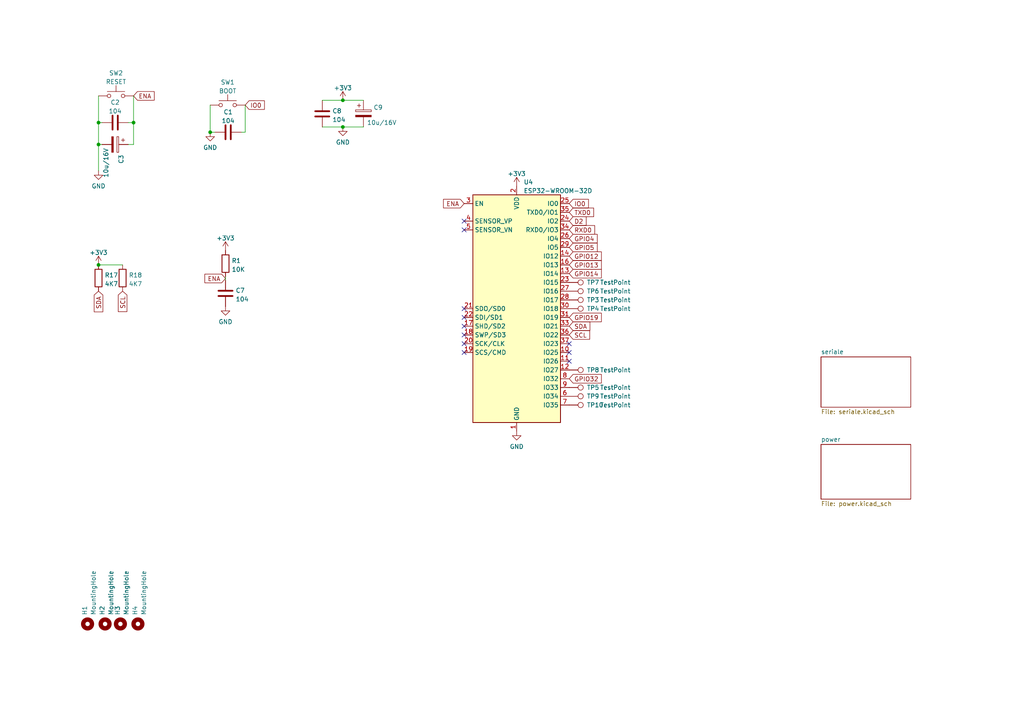
<source format=kicad_sch>
(kicad_sch (version 20231120) (generator "eeschema") (generator_version "8.0")
  (paper "A4")
  (title_block (title "Alimentazione e ricrica Batteria") (date "2024-05-27") (rev "1.0") (company "Paolo Aliverti"))
  (lib_symbols
    (symbol "Connector:TestPoint" (pin_numbers hide) (pin_names (offset 0.762) hide)
      (property "Reference" "TP" (at 0 6.858 0))
      (property "Value" "TestPoint" (at 0 5.08 0))
      (symbol "TestPoint_0_1"
        (circle (center 0 3.302) (radius 0.762))
      )
      (symbol "TestPoint_1_1"
        (pin passive line (at 0 0 90) (length 2.54) (name "1") (number "1"))
      )
    )
    (symbol "Device:C" (pin_numbers hide) (pin_names (offset 0.254))
      (property "Reference" "C" (at 0.635 2.54 0))
      (property "Value" "C" (at 0.635 -2.54 0))
      (symbol "C_0_1"
        (polyline (pts (xy -2.032 -0.762) (xy 2.032 -0.762)) (stroke (width 0.508)))
        (polyline (pts (xy -2.032 0.762) (xy 2.032 0.762)) (stroke (width 0.508)))
      )
      (symbol "C_1_1"
        (pin passive line (at 0 3.81 270) (length 2.794) (name "~") (number "1"))
        (pin passive line (at 0 -3.81 90) (length 2.794) (name "~") (number "2"))
      )
    )
    (symbol "Device:C_Polarized" (pin_numbers hide) (pin_names (offset 0.254))
      (property "Reference" "C" (at 0.635 2.54 0))
      (property "Value" "C_Polarized" (at 0.635 -2.54 0))
      (symbol "C_Polarized_0_1"
        (rectangle (start -2.286 0.508) (end 2.286 1.016))
        (polyline (pts (xy -1.778 2.286) (xy -0.762 2.286)))
        (polyline (pts (xy -1.27 2.794) (xy -1.27 1.778)))
        (rectangle (start 2.286 -0.508) (end -2.286 -1.016) (fill (type outline)))
      )
      (symbol "C_Polarized_1_1"
        (pin passive line (at 0 3.81 270) (length 2.794) (name "~") (number "1"))
        (pin passive line (at 0 -3.81 90) (length 2.794) (name "~") (number "2"))
      )
    )
    (symbol "Device:R" (pin_numbers hide) (pin_names (offset 0))
      (property "Reference" "R" (at 2.032 0 90))
      (property "Value" "R" (at 0 0 90))
      (symbol "R_0_1"
        (rectangle (start -1.016 -2.54) (end 1.016 2.54) (stroke (width 0.254)))
      )
      (symbol "R_1_1"
        (pin passive line (at 0 3.81 270) (length 1.27) (name "~") (number "1"))
        (pin passive line (at 0 -3.81 90) (length 1.27) (name "~") (number "2"))
      )
    )
    (symbol "Mechanical:MountingHole" (pin_names (offset 1.016))
      (property "Reference" "H" (at 0 5.08 0))
      (property "Value" "MountingHole" (at 0 3.175 0))
      (symbol "MountingHole_0_1"
        (circle (center 0 0) (radius 1.27) (stroke (width 1.27)))
      )
    )
    (symbol "RF_Module:ESP32-WROOM-32D"
      (property "Reference" "U" (at -12.7 34.29 0))
      (property "Value" "ESP32-WROOM-32D" (at 1.27 34.29 0))
      (symbol "ESP32-WROOM-32D_0_1"
        (rectangle (start -12.7 33.02) (end 12.7 -33.02) (stroke (width 0.254)) (fill (type background)))
      )
      (symbol "ESP32-WROOM-32D_1_1"
        (pin power_in line (at 0 -35.56 90) (length 2.54) (name "GND") (number "1"))
        (pin bidirectional line (at 15.24 -12.7 180) (length 2.54) (name "IO25") (number "10"))
        (pin bidirectional line (at 15.24 -15.24 180) (length 2.54) (name "IO26") (number "11"))
        (pin bidirectional line (at 15.24 -17.78 180) (length 2.54) (name "IO27") (number "12"))
        (pin bidirectional line (at 15.24 10.16 180) (length 2.54) (name "IO14") (number "13"))
        (pin bidirectional line (at 15.24 15.24 180) (length 2.54) (name "IO12") (number "14"))
        (pin passive line (at 0 -35.56 90) (length 2.54) hide (name "GND") (number "15"))
        (pin bidirectional line (at 15.24 12.7 180) (length 2.54) (name "IO13") (number "16"))
        (pin bidirectional line (at -15.24 -5.08 0) (length 2.54) (name "SHD/SD2") (number "17"))
        (pin bidirectional line (at -15.24 -7.62 0) (length 2.54) (name "SWP/SD3") (number "18"))
        (pin bidirectional line (at -15.24 -12.7 0) (length 2.54) (name "SCS/CMD") (number "19"))
        (pin power_in line (at 0 35.56 270) (length 2.54) (name "VDD") (number "2"))
        (pin bidirectional line (at -15.24 -10.16 0) (length 2.54) (name "SCK/CLK") (number "20"))
        (pin bidirectional line (at -15.24 0 0) (length 2.54) (name "SDO/SD0") (number "21"))
        (pin bidirectional line (at -15.24 -2.54 0) (length 2.54) (name "SDI/SD1") (number "22"))
        (pin bidirectional line (at 15.24 7.62 180) (length 2.54) (name "IO15") (number "23"))
        (pin bidirectional line (at 15.24 25.4 180) (length 2.54) (name "IO2") (number "24"))
        (pin bidirectional line (at 15.24 30.48 180) (length 2.54) (name "IO0") (number "25"))
        (pin bidirectional line (at 15.24 20.32 180) (length 2.54) (name "IO4") (number "26"))
        (pin bidirectional line (at 15.24 5.08 180) (length 2.54) (name "IO16") (number "27"))
        (pin bidirectional line (at 15.24 2.54 180) (length 2.54) (name "IO17") (number "28"))
        (pin bidirectional line (at 15.24 17.78 180) (length 2.54) (name "IO5") (number "29"))
        (pin input line (at -15.24 30.48 0) (length 2.54) (name "EN") (number "3"))
        (pin bidirectional line (at 15.24 0 180) (length 2.54) (name "IO18") (number "30"))
        (pin bidirectional line (at 15.24 -2.54 180) (length 2.54) (name "IO19") (number "31"))
        (pin no_connect line (at -12.7 -27.94 0) (length 2.54) hide (name "NC") (number "32"))
        (pin bidirectional line (at 15.24 -5.08 180) (length 2.54) (name "IO21") (number "33"))
        (pin bidirectional line (at 15.24 22.86 180) (length 2.54) (name "RXD0/IO3") (number "34"))
        (pin bidirectional line (at 15.24 27.94 180) (length 2.54) (name "TXD0/IO1") (number "35"))
        (pin bidirectional line (at 15.24 -7.62 180) (length 2.54) (name "IO22") (number "36"))
        (pin bidirectional line (at 15.24 -10.16 180) (length 2.54) (name "IO23") (number "37"))
        (pin passive line (at 0 -35.56 90) (length 2.54) hide (name "GND") (number "38"))
        (pin passive line (at 0 -35.56 90) (length 2.54) hide (name "GND") (number "39"))
        (pin input line (at -15.24 25.4 0) (length 2.54) (name "SENSOR_VP") (number "4"))
        (pin input line (at -15.24 22.86 0) (length 2.54) (name "SENSOR_VN") (number "5"))
        (pin input line (at 15.24 -25.4 180) (length 2.54) (name "IO34") (number "6"))
        (pin input line (at 15.24 -27.94 180) (length 2.54) (name "IO35") (number "7"))
        (pin bidirectional line (at 15.24 -20.32 180) (length 2.54) (name "IO32") (number "8"))
        (pin bidirectional line (at 15.24 -22.86 180) (length 2.54) (name "IO33") (number "9"))
      )
    )
    (symbol "Switch:SW_Push" (pin_numbers hide) (pin_names (offset 1.016) hide)
      (property "Reference" "SW" (at 1.27 2.54 0))
      (property "Value" "SW_Push" (at 0 -1.524 0))
      (symbol "SW_Push_0_1"
        (circle (center -2.032 0) (radius 0.508))
        (polyline (pts (xy 0 1.27) (xy 0 3.048)))
        (polyline (pts (xy 2.54 1.27) (xy -2.54 1.27)))
        (circle (center 2.032 0) (radius 0.508))
        (pin passive line (at -5.08 0 0) (length 2.54) (name "1") (number "1"))
        (pin passive line (at 5.08 0 180) (length 2.54) (name "2") (number "2"))
      )
    )
    (symbol "power:+3V3" (power) (pin_names (offset 0))
      (property "Value" "+3V3" (at 0 3.556 0))
      (symbol "+3V3_0_1"
        (polyline (pts (xy -0.762 1.27) (xy 0 2.54)))
        (polyline (pts (xy 0 0) (xy 0 2.54)))
        (polyline (pts (xy 0 2.54) (xy 0.762 1.27)))
      )
      (symbol "+3V3_1_1"
        (pin power_in line (at 0 0 90) (length 0) hide (name "+3V3") (number "1"))
      )
    )
    (symbol "power:GND" (power) (pin_names (offset 0))
      (property "Value" "GND" (at 0 -3.81 0))
      (symbol "GND_0_1"
        (polyline (pts (xy 0 0) (xy 0 -1.27) (xy 1.27 -1.27) (xy 0 -2.54) (xy -1.27 -1.27) (xy 0 -1.27)))
      )
      (symbol "GND_1_1"
        (pin power_in line (at 0 0 270) (length 0) hide (name "GND") (number "1"))
      )
    )
  )
  (junction (at 38.735 35.56))
  (junction (at 28.575 76.835))
  (junction (at 28.575 41.91))
  (junction (at 60.96 38.354))
  (junction (at 28.575 35.56))
  (junction (at 99.441 29.083))
  (junction (at 99.441 36.83))
  (no_connect (at 165.1 102.235))
  (no_connect (at 165.1 99.695))
  (no_connect (at 134.62 89.535))
  (no_connect (at 134.62 97.155))
  (no_connect (at 134.62 92.075))
  (no_connect (at 134.62 102.235))
  (no_connect (at 165.1 104.775))
  (no_connect (at 134.62 99.695))
  (no_connect (at 134.62 66.675))
  (no_connect (at 134.62 94.615))
  (no_connect (at 134.62 64.135))
  (wire (pts (xy 37.211 41.91) (xy 38.735 41.91)))
  (wire (pts (xy 99.441 36.83) (xy 105.41 36.83)))
  (wire (pts (xy 37.211 35.56) (xy 38.735 35.56)))
  (wire (pts (xy 28.575 27.813) (xy 28.575 35.56)))
  (wire (pts (xy 105.41 29.083) (xy 99.441 29.083)))
  (wire (pts (xy 99.441 29.083) (xy 93.472 29.083)))
  (wire (pts (xy 60.96 38.354) (xy 62.357 38.354)))
  (wire (pts (xy 93.472 36.83) (xy 99.441 36.83)))
  (wire (pts (xy 28.575 35.56) (xy 29.591 35.56)))
  (wire (pts (xy 38.735 35.56) (xy 38.735 27.813)))
  (wire (pts (xy 28.575 41.91) (xy 28.575 49.53)))
  (wire (pts (xy 69.977 38.354) (xy 71.12 38.354)))
  (wire (pts (xy 28.575 76.835) (xy 35.56 76.835)))
  (wire (pts (xy 38.735 41.91) (xy 38.735 35.56)))
  (wire (pts (xy 93.472 29.083) (xy 93.472 29.21)))
  (wire (pts (xy 60.96 30.48) (xy 60.96 38.354)))
  (wire (pts (xy 28.575 41.91) (xy 28.575 35.56)))
  (wire (pts (xy 105.41 36.83) (xy 105.41 36.703)))
  (wire (pts (xy 65.405 80.264) (xy 65.405 81.28)))
  (wire (pts (xy 71.12 38.354) (xy 71.12 30.48)))
  (wire (pts (xy 29.591 41.91) (xy 28.575 41.91)))
  (global_label "IO0" (shape input) (at 71.12 30.48 0) (property "Intersheetrefs" "${INTERSHEET_REFS}" (effects (hide yes))))
  (global_label "IO0" (shape input) (at 165.1 59.055 0) (property "Intersheetrefs" "${INTERSHEET_REFS}" (effects (hide yes))))
  (global_label "RXD0" (shape input) (at 165.1 66.675 0) (property "Intersheetrefs" "${INTERSHEET_REFS}" (effects (hide yes))))
  (global_label "SDA" (shape input) (at 165.1 94.615 0) (property "Intersheetrefs" "${INTERSHEET_REFS}" (effects (hide yes))))
  (global_label "GPIO19" (shape input) (at 165.1 92.075 0) (property "Intersheetrefs" "${INTERSHEET_REFS}" (effects (hide yes))))
  (global_label "SCL" (shape input) (at 35.56 84.455 270) (property "Intersheetrefs" "${INTERSHEET_REFS}" (effects (hide yes))))
  (global_label "SCL" (shape input) (at 165.1 97.155 0) (property "Intersheetrefs" "${INTERSHEET_REFS}" (effects (hide yes))))
  (global_label "GPIO14" (shape input) (at 165.1 79.375 0) (property "Intersheetrefs" "${INTERSHEET_REFS}" (effects (hide yes))))
  (global_label "D2" (shape input) (at 165.1 64.135 0) (property "Intersheetrefs" "${INTERSHEET_REFS}" (effects (hide yes))))
  (global_label "GPIO32" (shape input) (at 165.1 109.855 0) (property "Intersheetrefs" "${INTERSHEET_REFS}" (effects (hide yes))))
  (global_label "SDA" (shape input) (at 28.575 84.455 270) (property "Intersheetrefs" "${INTERSHEET_REFS}" (effects (hide yes))))
  (global_label "ENA" (shape input) (at 134.62 59.055 180) (property "Intersheetrefs" "${INTERSHEET_REFS}" (effects (hide yes))))
  (global_label "ENA" (shape input) (at 38.735 27.813 0) (property "Intersheetrefs" "${INTERSHEET_REFS}" (effects (hide yes))))
  (global_label "TXD0" (shape input) (at 165.1 61.595 0) (property "Intersheetrefs" "${INTERSHEET_REFS}" (effects (hide yes))))
  (global_label "GPIO4" (shape input) (at 165.1 69.215 0) (property "Intersheetrefs" "${INTERSHEET_REFS}" (effects (hide yes))))
  (global_label "GPIO5" (shape input) (at 165.1 71.755 0) (property "Intersheetrefs" "${INTERSHEET_REFS}" (effects (hide yes))))
  (global_label "GPIO13" (shape input) (at 165.1 76.835 0) (property "Intersheetrefs" "${INTERSHEET_REFS}" (effects (hide yes))))
  (global_label "GPIO12" (shape input) (at 165.1 74.295 0) (property "Intersheetrefs" "${INTERSHEET_REFS}" (effects (hide yes))))
  (global_label "ENA" (shape input) (at 65.405 80.772 180) (property "Intersheetrefs" "${INTERSHEET_REFS}" (effects (hide yes))))
  (symbol (lib_id "power:GND") (at 60.96 38.354 0) (unit 1)
    (property "Reference" "#PWR01" (effects (hide yes)))
    (property "Value" "GND" (at 60.96 42.7974 0))
  )
  (symbol (lib_id "Connector:TestPoint") (at 165.1 107.315 270) (unit 1)
    (property "Reference" "TP8" (at 170.18 107.315 90) (effects (justify left)))
    (property "Value" "TestPoint" (at 173.99 107.315 90) (effects (justify left)))
    (property "Footprint" "TestPoint:TestPoint_Pad_D1.0mm" (effects (hide yes)))
  )
  (symbol (lib_id "Switch:SW_Push") (at 66.04 30.48 0) (unit 1)
    (property "Reference" "SW1" (at 66.04 23.8592 0))
    (property "Value" "BOOT" (at 66.04 26.3961 0))
    (property "Footprint" "MyLibrary:TS342A2P-SMD-Switch" (effects (hide yes)))
    (property "Datasheet" "https://wmsc.lcsc.com/wmsc/upload/file/pdf/v2/lcsc/2404241539_SHOU-HAN-TS342A2P-160gf-021_C5373431.pdf" (effects (hide yes)))
    (property "REF" "C5373431" (effects (hide yes)))
  )
  (symbol (lib_id "Connector:TestPoint") (at 165.1 84.455 270) (unit 1)
    (property "Reference" "TP6" (at 170.18 84.455 90) (effects (justify left)))
    (property "Value" "TestPoint" (at 173.99 84.455 90) (effects (justify left)))
    (property "Footprint" "TestPoint:TestPoint_Pad_D1.0mm" (effects (hide yes)))
  )
  (symbol (lib_id "Mechanical:MountingHole") (at 40.005 180.975 90) (unit 1)
    (property "Reference" "H4" (at 39.1703 178.435 0) (effects (justify left)))
    (property "Value" "MountingHole" (at 41.7072 178.435 0) (effects (justify left)))
    (property "Footprint" "MountingHole:MountingHole_2.5mm" (effects (hide yes)))
  )
  (symbol (lib_id "Mechanical:MountingHole") (at 30.48 180.975 90) (unit 1)
    (property "Reference" "H2" (at 29.6453 178.435 0) (effects (justify left)))
    (property "Value" "MountingHole" (at 32.1822 178.435 0) (effects (justify left)))
    (property "Footprint" "MountingHole:MountingHole_2.5mm" (effects (hide yes)))
  )
  (symbol (lib_id "Device:R") (at 35.56 80.645 180) (unit 1)
    (property "Reference" "R18" (at 37.338 79.8103 0) (effects (justify right)))
    (property "Value" "4K7" (at 37.338 82.3472 0) (effects (justify right)))
    (property "Footprint" "Resistor_SMD:R_0805_2012Metric_Pad1.20x1.40mm_HandSolder" (effects (hide yes)))
    (property "REF" "C204524" (effects (hide yes)))
  )
  (symbol (lib_id "power:+3V3") (at 99.441 29.083 0) (unit 1)
    (property "Reference" "#PWR013" (effects (hide yes)))
    (property "Value" "+3V3" (at 99.441 25.5072 0))
  )
  (symbol (lib_id "power:+3V3") (at 149.86 53.975 0) (unit 1)
    (property "Reference" "#PWR024" (effects (hide yes)))
    (property "Value" "+3V3" (at 149.86 50.3992 0))
  )
  (symbol (lib_id "Connector:TestPoint") (at 165.1 81.915 270) (unit 1)
    (property "Reference" "TP7" (at 170.18 81.915 90) (effects (justify left)))
    (property "Value" "TestPoint" (at 173.99 81.915 90) (effects (justify left)))
    (property "Footprint" "TestPoint:TestPoint_Pad_D1.0mm" (effects (hide yes)))
  )
  (symbol (lib_id "Mechanical:MountingHole") (at 25.4 180.975 90) (unit 1)
    (property "Reference" "H1" (at 24.5653 178.435 0) (effects (justify left)))
    (property "Value" "MountingHole" (at 27.1022 178.435 0) (effects (justify left)))
    (property "Footprint" "MountingHole:MountingHole_2.5mm" (effects (hide yes)))
  )
  (symbol (lib_id "Device:C") (at 33.401 35.56 90) (unit 1)
    (property "Reference" "C2" (at 33.401 29.7012 90))
    (property "Value" "104" (at 33.401 32.2381 90))
    (property "Footprint" "Capacitor_SMD:C_0805_2012Metric_Pad1.18x1.45mm_HandSolder" (effects (hide yes)))
    (property "REF" "C49678" (effects (hide yes)))
  )
  (symbol (lib_id "Device:C") (at 66.167 38.354 90) (unit 1)
    (property "Reference" "C1" (at 66.167 32.4952 90))
    (property "Value" "104" (at 66.167 35.0321 90))
    (property "Footprint" "Capacitor_SMD:C_0805_2012Metric_Pad1.18x1.45mm_HandSolder" (effects (hide yes)))
    (property "REF" "C49678" (effects (hide yes)))
  )
  (symbol (lib_id "Connector:TestPoint") (at 165.1 89.535 270) (unit 1)
    (property "Reference" "TP4" (at 170.18 89.535 90) (effects (justify left)))
    (property "Value" "TestPoint" (at 173.99 89.535 90) (effects (justify left)))
    (property "Footprint" "TestPoint:TestPoint_Pad_D1.0mm" (effects (hide yes)))
  )
  (symbol (lib_id "Device:R") (at 65.405 76.454 180) (unit 1)
    (property "Reference" "R1" (at 67.183 75.6193 0) (effects (justify right)))
    (property "Value" "10K" (at 67.183 78.1562 0) (effects (justify right)))
    (property "Footprint" "Resistor_SMD:R_0805_2012Metric_Pad1.20x1.40mm_HandSolder" (effects (hide yes)))
    (property "REF" "C864029" (effects (hide yes)))
  )
  (symbol (lib_id "power:GND") (at 149.86 125.095 0) (unit 1)
    (property "Reference" "#PWR025" (effects (hide yes)))
    (property "Value" "GND" (at 149.86 129.5384 0))
  )
  (symbol (lib_id "power:+3V3") (at 65.405 72.644 0) (unit 1)
    (property "Reference" "#PWR08" (effects (hide yes)))
    (property "Value" "+3V3" (at 65.405 69.0682 0))
  )
  (symbol (lib_id "power:+3V3") (at 28.575 76.835 0) (unit 1)
    (property "Reference" "#PWR050" (effects (hide yes)))
    (property "Value" "+3V3" (at 28.575 73.2592 0))
  )
  (symbol (lib_id "power:GND") (at 65.405 88.9 0) (unit 1)
    (property "Reference" "#PWR09" (effects (hide yes)))
    (property "Value" "GND" (at 65.405 93.3434 0))
  )
  (symbol (lib_id "Connector:TestPoint") (at 165.1 117.475 270) (unit 1)
    (property "Reference" "TP10" (at 170.18 117.475 90) (effects (justify left)))
    (property "Value" "TestPoint" (at 173.99 117.475 90) (effects (justify left)))
    (property "Footprint" "TestPoint:TestPoint_Pad_D1.0mm" (effects (hide yes)))
  )
  (symbol (lib_id "power:GND") (at 99.441 36.83 0) (unit 1)
    (property "Reference" "#PWR014" (effects (hide yes)))
    (property "Value" "GND" (at 99.441 41.2734 0))
  )
  (symbol (lib_id "Device:C") (at 93.472 33.02 0) (unit 1)
    (property "Reference" "C8" (at 96.393 32.1853 0) (effects (justify left)))
    (property "Value" "104" (at 96.393 34.7222 0) (effects (justify left)))
    (property "Footprint" "Capacitor_SMD:C_0805_2012Metric_Pad1.18x1.45mm_HandSolder" (effects (hide yes)))
    (property "REF" "C49678" (effects (hide yes)))
  )
  (symbol (lib_id "power:GND") (at 28.575 49.53 0) (unit 1)
    (property "Reference" "#PWR04" (effects (hide yes)))
    (property "Value" "GND" (at 28.575 53.9734 0))
  )
  (symbol (lib_id "Connector:TestPoint") (at 165.1 112.395 270) (unit 1)
    (property "Reference" "TP5" (at 170.18 112.395 90) (effects (justify left)))
    (property "Value" "TestPoint" (at 173.99 112.395 90) (effects (justify left)))
    (property "Footprint" "TestPoint:TestPoint_Pad_D1.0mm" (effects (hide yes)))
  )
  (symbol (lib_id "Device:C") (at 65.405 85.09 0) (unit 1)
    (property "Reference" "C7" (at 68.326 84.2553 0) (effects (justify left)))
    (property "Value" "104" (at 68.326 86.7922 0) (effects (justify left)))
    (property "Footprint" "Capacitor_SMD:C_0805_2012Metric_Pad1.18x1.45mm_HandSolder" (effects (hide yes)))
    (property "REF" "C49678" (effects (hide yes)))
  )
  (symbol (lib_id "Connector:TestPoint") (at 165.1 86.995 270) (unit 1)
    (property "Reference" "TP3" (at 170.18 86.995 90) (effects (justify left)))
    (property "Value" "TestPoint" (at 173.99 86.995 90) (effects (justify left)))
    (property "Footprint" "TestPoint:TestPoint_Pad_D1.0mm" (effects (hide yes)))
  )
  (symbol (lib_id "Connector:TestPoint") (at 165.1 114.935 270) (unit 1)
    (property "Reference" "TP9" (at 170.18 114.935 90) (effects (justify left)))
    (property "Value" "TestPoint" (at 173.99 114.935 90) (effects (justify left)))
    (property "Footprint" "TestPoint:TestPoint_Pad_D1.0mm" (effects (hide yes)))
  )
  (symbol (lib_id "Mechanical:MountingHole") (at 34.925 180.975 90) (unit 1)
    (property "Reference" "H3" (at 34.0903 178.435 0) (effects (justify left)))
    (property "Value" "MountingHole" (at 36.6272 178.435 0) (effects (justify left)))
    (property "Footprint" "MountingHole:MountingHole_2.5mm" (effects (hide yes)))
  )
  (symbol (lib_id "Switch:SW_Push") (at 33.655 27.813 0) (unit 1)
    (property "Reference" "SW2" (at 33.655 21.1922 0))
    (property "Value" "RESET" (at 33.655 23.7291 0))
    (property "Footprint" "MyLibrary:TS342A2P-SMD-Switch" (effects (hide yes)))
    (property "Datasheet" "https://wmsc.lcsc.com/wmsc/upload/file/pdf/v2/lcsc/2404241539_SHOU-HAN-TS342A2P-160gf-021_C5373431.pdf" (effects (hide yes)))
    (property "REF" "C5373431" (effects (hide yes)))
  )
  (symbol (lib_id "RF_Module:ESP32-WROOM-32D") (at 149.86 89.535 0) (unit 1)
    (property "Reference" "U4" (at 151.8794 52.8152 0) (effects (justify left)))
    (property "Value" "ESP32-WROOM-32D" (at 151.8794 55.3521 0) (effects (justify left)))
    (property "Footprint" "RF_Module:ESP32-WROOM-32" (effects (hide yes)))
    (property "Datasheet" "https://www.espressif.com/sites/default/files/documentation/esp32-wroom-32d_esp32-wroom-32u_datasheet_en.pdf" (effects (hide yes)))
    (property "REF" "C473012" (effects (hide yes)))
  )
  (symbol (lib_id "Device:R") (at 28.575 80.645 180) (unit 1)
    (property "Reference" "R17" (at 30.353 79.8103 0) (effects (justify right)))
    (property "Value" "4K7" (at 30.353 82.3472 0) (effects (justify right)))
    (property "Footprint" "Resistor_SMD:R_0805_2012Metric_Pad1.20x1.40mm_HandSolder" (effects (hide yes)))
    (property "REF" "C204524" (effects (hide yes)))
  )
  (symbol (lib_id "Device:C_Polarized") (at 105.41 32.893 0) (unit 1)
    (property "Reference" "C9" (at 108.331 31.1693 0) (effects (justify left)))
    (property "Value" "10u/16V" (at 106.426 35.56 0) (effects (justify left)))
    (property "Footprint" "Capacitor_SMD:CP_Elec_4x5.4" (effects (hide yes)))
    (property "REF" "C3001198" (effects (hide yes)))
  )
  (symbol (lib_id "Device:C_Polarized") (at 33.401 41.91 270) (unit 1)
    (property "Reference" "C3" (at 35.1247 44.831 0) (effects (justify left)))
    (property "Value" "10u/16V" (at 30.734 42.926 0) (effects (justify left)))
    (property "Footprint" "Capacitor_SMD:CP_Elec_4x5.4" (effects (hide yes)))
    (property "REF" "C3001198" (effects (hide yes)))
  )
  (sheet (at 238.125 103.505) (size 26.035 14.605) (stroke (width 0.1524))
    (property "Sheetname" "seriale" (at 238.125 102.7934 0) (effects (justify left bottom)))
    (property "Sheetfile" "seriale.kicad_sch" (at 238.125 118.6946 0) (effects (justify left top)))
  )
  (sheet (at 238.125 128.905) (size 26.035 15.875) (stroke (width 0.1524))
    (property "Sheetname" "power" (at 238.125 128.1934 0) (effects (justify left bottom)))
    (property "Sheetfile" "power.kicad_sch" (at 238.125 145.3646 0) (effects (justify left top)))
  )
)
</source>
